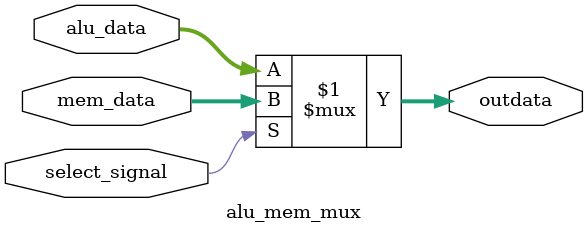
<source format=v>
module alu_mem_mux(	alu_data,
							mem_data,
							select_signal,
							outdata
							);
							
input wire[63:0] alu_data;
input wire[63:0] mem_data;
input wire select_signal;

output wire[63:0] outdata;

assign outdata = (select_signal)? mem_data : alu_data;
endmodule

</source>
